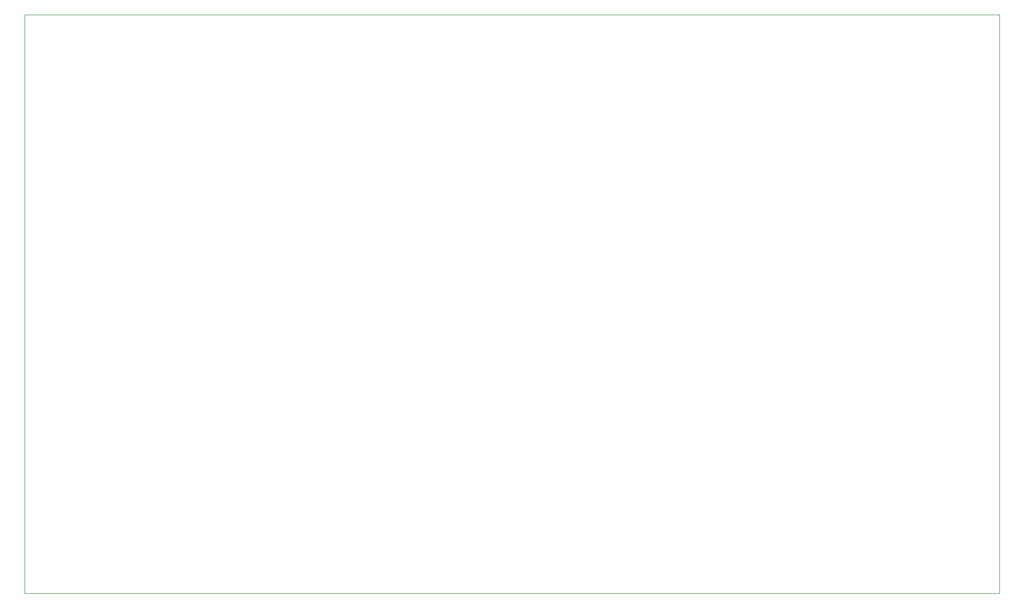
<source format=gbr>
%TF.GenerationSoftware,KiCad,Pcbnew,(6.0.7)*%
%TF.CreationDate,2024-04-02T23:43:12-07:00*%
%TF.ProjectId,PCB_v1,5043425f-7631-42e6-9b69-6361645f7063,rev?*%
%TF.SameCoordinates,Original*%
%TF.FileFunction,Profile,NP*%
%FSLAX46Y46*%
G04 Gerber Fmt 4.6, Leading zero omitted, Abs format (unit mm)*
G04 Created by KiCad (PCBNEW (6.0.7)) date 2024-04-02 23:43:12*
%MOMM*%
%LPD*%
G01*
G04 APERTURE LIST*
%TA.AperFunction,Profile*%
%ADD10C,0.100000*%
%TD*%
G04 APERTURE END LIST*
D10*
X35000000Y-24000000D02*
X192500000Y-24000000D01*
X192500000Y-24000000D02*
X192500000Y-117500000D01*
X192500000Y-117500000D02*
X35000000Y-117500000D01*
X35000000Y-117500000D02*
X35000000Y-24000000D01*
M02*

</source>
